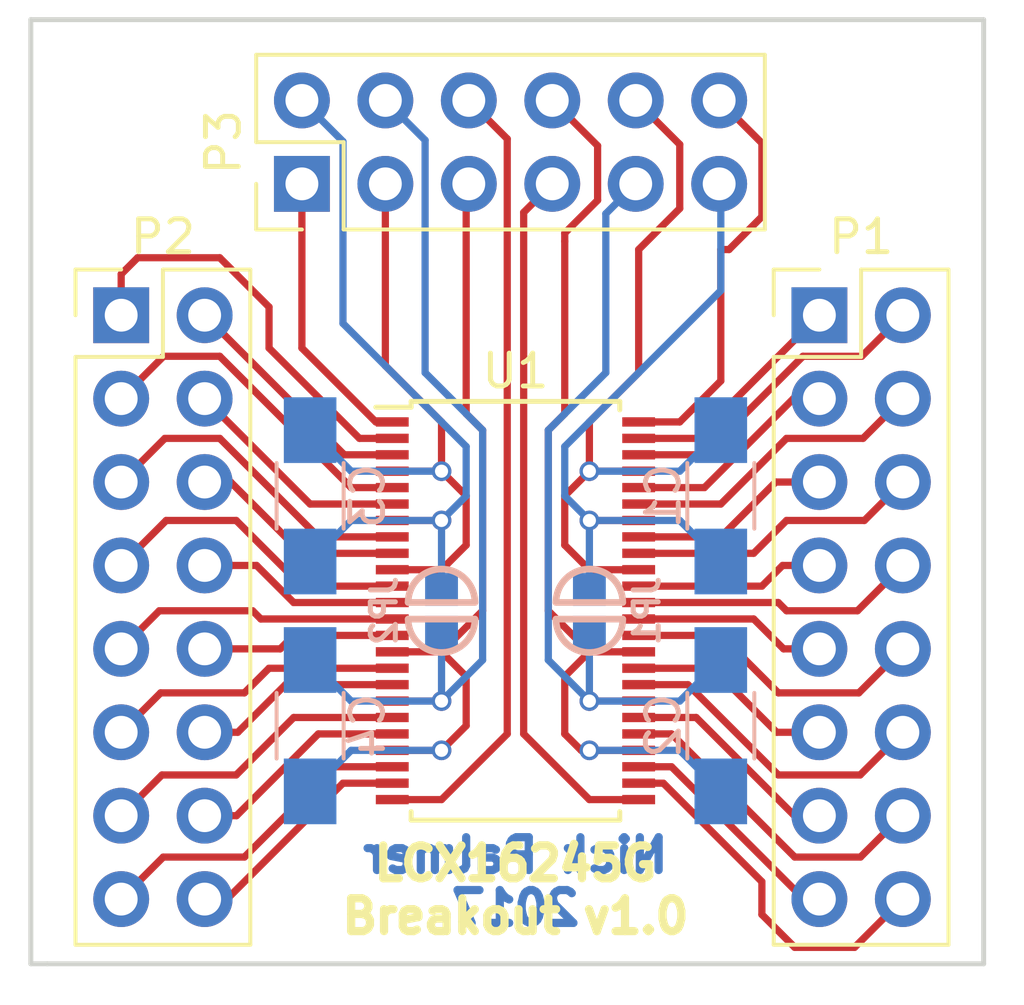
<source format=kicad_pcb>
(kicad_pcb (version 4) (host pcbnew 4.0.5)

  (general
    (links 60)
    (no_connects 0)
    (area 21.506667 24.295 52.783334 55.225)
    (thickness 1.6)
    (drawings 8)
    (tracks 233)
    (zones 0)
    (modules 10)
    (nets 45)
  )

  (page A4)
  (layers
    (0 F.Cu signal)
    (31 B.Cu signal)
    (32 B.Adhes user)
    (33 F.Adhes user)
    (34 B.Paste user)
    (35 F.Paste user)
    (36 B.SilkS user)
    (37 F.SilkS user)
    (38 B.Mask user)
    (39 F.Mask user)
    (40 Dwgs.User user)
    (41 Cmts.User user)
    (42 Eco1.User user)
    (43 Eco2.User user)
    (44 Edge.Cuts user)
    (45 Margin user)
    (46 B.CrtYd user)
    (47 F.CrtYd user)
    (48 B.Fab user)
    (49 F.Fab user)
  )

  (setup
    (last_trace_width 0.22)
    (trace_clearance 0.18)
    (zone_clearance 0.508)
    (zone_45_only no)
    (trace_min 0.2)
    (segment_width 0.2)
    (edge_width 0.15)
    (via_size 0.6)
    (via_drill 0.4)
    (via_min_size 0.4)
    (via_min_drill 0.3)
    (uvia_size 0.3)
    (uvia_drill 0.1)
    (uvias_allowed no)
    (uvia_min_size 0.2)
    (uvia_min_drill 0.1)
    (pcb_text_width 0.3)
    (pcb_text_size 1.5 1.5)
    (mod_edge_width 0.15)
    (mod_text_size 1 1)
    (mod_text_width 0.15)
    (pad_size 1.524 1.524)
    (pad_drill 0.762)
    (pad_to_mask_clearance 0.2)
    (aux_axis_origin 0 0)
    (visible_elements 7FFFFFFF)
    (pcbplotparams
      (layerselection 0x010f0_80000001)
      (usegerberextensions true)
      (excludeedgelayer true)
      (linewidth 0.100000)
      (plotframeref false)
      (viasonmask false)
      (mode 1)
      (useauxorigin false)
      (hpglpennumber 1)
      (hpglpenspeed 20)
      (hpglpendiameter 15)
      (hpglpenoverlay 2)
      (psnegative false)
      (psa4output false)
      (plotreference true)
      (plotvalue true)
      (plotinvisibletext false)
      (padsonsilk false)
      (subtractmaskfromsilk false)
      (outputformat 1)
      (mirror false)
      (drillshape 0)
      (scaleselection 1)
      (outputdirectory gerbers/))
  )

  (net 0 "")
  (net 1 VCC_A1)
  (net 2 GND_A1)
  (net 3 VCC_A2)
  (net 4 GND_A2)
  (net 5 VCC_B1)
  (net 6 GND_B1)
  (net 7 VCC_B2)
  (net 8 GND_B2)
  (net 9 A0)
  (net 10 A1)
  (net 11 A2)
  (net 12 A3)
  (net 13 A4)
  (net 14 A5)
  (net 15 A6)
  (net 16 A7)
  (net 17 A8)
  (net 18 A9)
  (net 19 A10)
  (net 20 A11)
  (net 21 A12)
  (net 22 A13)
  (net 23 A14)
  (net 24 A15)
  (net 25 B0)
  (net 26 B1)
  (net 27 B2)
  (net 28 B3)
  (net 29 B4)
  (net 30 B5)
  (net 31 B6)
  (net 32 B7)
  (net 33 B8)
  (net 34 B9)
  (net 35 B10)
  (net 36 B11)
  (net 37 B12)
  (net 38 B13)
  (net 39 B14)
  (net 40 B15)
  (net 41 T/#R1)
  (net 42 T/#R2)
  (net 43 "#OE1")
  (net 44 "#OE2")

  (net_class Default "This is the default net class."
    (clearance 0.18)
    (trace_width 0.22)
    (via_dia 0.6)
    (via_drill 0.4)
    (uvia_dia 0.3)
    (uvia_drill 0.1)
    (add_net "#OE1")
    (add_net "#OE2")
    (add_net A0)
    (add_net A1)
    (add_net A10)
    (add_net A11)
    (add_net A12)
    (add_net A13)
    (add_net A14)
    (add_net A15)
    (add_net A2)
    (add_net A3)
    (add_net A4)
    (add_net A5)
    (add_net A6)
    (add_net A7)
    (add_net A8)
    (add_net A9)
    (add_net B0)
    (add_net B1)
    (add_net B10)
    (add_net B11)
    (add_net B12)
    (add_net B13)
    (add_net B14)
    (add_net B15)
    (add_net B2)
    (add_net B3)
    (add_net B4)
    (add_net B5)
    (add_net B6)
    (add_net B7)
    (add_net B8)
    (add_net B9)
    (add_net GND_A1)
    (add_net GND_A2)
    (add_net GND_B1)
    (add_net GND_B2)
    (add_net T/#R1)
    (add_net T/#R2)
    (add_net VCC_A1)
    (add_net VCC_A2)
    (add_net VCC_B1)
    (add_net VCC_B2)
  )

  (module jumper:SOLDER-JUMPER_1-WAY (layer B.Cu) (tedit 58CDAE95) (tstamp 58CC6A95)
    (at 39.5 43 270)
    (path /58CC79A7)
    (fp_text reference JP1 (at 0 -1.75 270) (layer B.SilkS)
      (effects (font (size 0.762 0.762) (thickness 0.1524)) (justify mirror))
    )
    (fp_text value Jumper (at 0 0 270) (layer B.SilkS) hide
      (effects (font (size 0.762 0.762) (thickness 0.1524)) (justify mirror))
    )
    (fp_line (start 0.254 -1.016) (end 0.254 1.016) (layer B.SilkS) (width 0.2032))
    (fp_line (start -0.254 1.016) (end -0.254 -1.016) (layer B.SilkS) (width 0.2032))
    (fp_arc (start 0.254 0) (end 1.27 0) (angle -90) (layer B.SilkS) (width 0.2032))
    (fp_arc (start 0.254 0) (end 0.254 1.016) (angle -90) (layer B.SilkS) (width 0.2032))
    (fp_arc (start -0.254 0) (end -1.27 0) (angle -90) (layer B.SilkS) (width 0.2032))
    (fp_arc (start -0.254 0) (end -0.254 -1.016) (angle -90) (layer B.SilkS) (width 0.2032))
    (pad 1 smd rect (at -0.65 0 270) (size 1 1) (layers B.Cu B.Paste B.Mask)
      (net 1 VCC_A1))
    (pad 2 smd rect (at 0.65 0 270) (size 1 1) (layers B.Cu B.Paste B.Mask)
      (net 3 VCC_A2))
  )

  (module jumper:SOLDER-JUMPER_1-WAY (layer B.Cu) (tedit 58CDAEA3) (tstamp 58CC6AA1)
    (at 35 43 270)
    (path /58CC8B81)
    (fp_text reference JP2 (at 0 1.75 270) (layer B.SilkS)
      (effects (font (size 0.762 0.762) (thickness 0.1524)) (justify mirror))
    )
    (fp_text value Jumper (at 0 0 270) (layer B.SilkS) hide
      (effects (font (size 0.762 0.762) (thickness 0.1524)) (justify mirror))
    )
    (fp_line (start 0.254 -1.016) (end 0.254 1.016) (layer B.SilkS) (width 0.2032))
    (fp_line (start -0.254 1.016) (end -0.254 -1.016) (layer B.SilkS) (width 0.2032))
    (fp_arc (start 0.254 0) (end 1.27 0) (angle -90) (layer B.SilkS) (width 0.2032))
    (fp_arc (start 0.254 0) (end 0.254 1.016) (angle -90) (layer B.SilkS) (width 0.2032))
    (fp_arc (start -0.254 0) (end -1.27 0) (angle -90) (layer B.SilkS) (width 0.2032))
    (fp_arc (start -0.254 0) (end -0.254 -1.016) (angle -90) (layer B.SilkS) (width 0.2032))
    (pad 1 smd rect (at -0.65 0 270) (size 1 1) (layers B.Cu B.Paste B.Mask)
      (net 5 VCC_B1))
    (pad 2 smd rect (at 0.65 0 270) (size 1 1) (layers B.Cu B.Paste B.Mask)
      (net 7 VCC_B2))
  )

  (module Pin_Headers:Pin_Header_Straight_2x08_Pitch2.54mm (layer F.Cu) (tedit 5862ED53) (tstamp 58CC6AC5)
    (at 46.5 34)
    (descr "Through hole straight pin header, 2x08, 2.54mm pitch, double rows")
    (tags "Through hole pin header THT 2x08 2.54mm double row")
    (path /58CC2E52)
    (fp_text reference P1 (at 1.27 -2.39) (layer F.SilkS)
      (effects (font (size 1 1) (thickness 0.15)))
    )
    (fp_text value CONN_02X08 (at 1.27 20.17) (layer F.Fab)
      (effects (font (size 1 1) (thickness 0.15)))
    )
    (fp_line (start -1.27 -1.27) (end -1.27 19.05) (layer F.Fab) (width 0.1))
    (fp_line (start -1.27 19.05) (end 3.81 19.05) (layer F.Fab) (width 0.1))
    (fp_line (start 3.81 19.05) (end 3.81 -1.27) (layer F.Fab) (width 0.1))
    (fp_line (start 3.81 -1.27) (end -1.27 -1.27) (layer F.Fab) (width 0.1))
    (fp_line (start -1.39 1.27) (end -1.39 19.17) (layer F.SilkS) (width 0.12))
    (fp_line (start -1.39 19.17) (end 3.93 19.17) (layer F.SilkS) (width 0.12))
    (fp_line (start 3.93 19.17) (end 3.93 -1.39) (layer F.SilkS) (width 0.12))
    (fp_line (start 3.93 -1.39) (end 1.27 -1.39) (layer F.SilkS) (width 0.12))
    (fp_line (start 1.27 -1.39) (end 1.27 1.27) (layer F.SilkS) (width 0.12))
    (fp_line (start 1.27 1.27) (end -1.39 1.27) (layer F.SilkS) (width 0.12))
    (fp_line (start -1.39 0) (end -1.39 -1.39) (layer F.SilkS) (width 0.12))
    (fp_line (start -1.39 -1.39) (end 0 -1.39) (layer F.SilkS) (width 0.12))
    (fp_line (start -1.6 -1.6) (end -1.6 19.3) (layer F.CrtYd) (width 0.05))
    (fp_line (start -1.6 19.3) (end 4.1 19.3) (layer F.CrtYd) (width 0.05))
    (fp_line (start 4.1 19.3) (end 4.1 -1.6) (layer F.CrtYd) (width 0.05))
    (fp_line (start 4.1 -1.6) (end -1.6 -1.6) (layer F.CrtYd) (width 0.05))
    (pad 1 thru_hole rect (at 0 0) (size 1.7 1.7) (drill 1) (layers *.Cu *.Mask)
      (net 9 A0))
    (pad 2 thru_hole oval (at 2.54 0) (size 1.7 1.7) (drill 1) (layers *.Cu *.Mask)
      (net 10 A1))
    (pad 3 thru_hole oval (at 0 2.54) (size 1.7 1.7) (drill 1) (layers *.Cu *.Mask)
      (net 11 A2))
    (pad 4 thru_hole oval (at 2.54 2.54) (size 1.7 1.7) (drill 1) (layers *.Cu *.Mask)
      (net 12 A3))
    (pad 5 thru_hole oval (at 0 5.08) (size 1.7 1.7) (drill 1) (layers *.Cu *.Mask)
      (net 13 A4))
    (pad 6 thru_hole oval (at 2.54 5.08) (size 1.7 1.7) (drill 1) (layers *.Cu *.Mask)
      (net 14 A5))
    (pad 7 thru_hole oval (at 0 7.62) (size 1.7 1.7) (drill 1) (layers *.Cu *.Mask)
      (net 15 A6))
    (pad 8 thru_hole oval (at 2.54 7.62) (size 1.7 1.7) (drill 1) (layers *.Cu *.Mask)
      (net 16 A7))
    (pad 9 thru_hole oval (at 0 10.16) (size 1.7 1.7) (drill 1) (layers *.Cu *.Mask)
      (net 17 A8))
    (pad 10 thru_hole oval (at 2.54 10.16) (size 1.7 1.7) (drill 1) (layers *.Cu *.Mask)
      (net 18 A9))
    (pad 11 thru_hole oval (at 0 12.7) (size 1.7 1.7) (drill 1) (layers *.Cu *.Mask)
      (net 19 A10))
    (pad 12 thru_hole oval (at 2.54 12.7) (size 1.7 1.7) (drill 1) (layers *.Cu *.Mask)
      (net 20 A11))
    (pad 13 thru_hole oval (at 0 15.24) (size 1.7 1.7) (drill 1) (layers *.Cu *.Mask)
      (net 21 A12))
    (pad 14 thru_hole oval (at 2.54 15.24) (size 1.7 1.7) (drill 1) (layers *.Cu *.Mask)
      (net 22 A13))
    (pad 15 thru_hole oval (at 0 17.78) (size 1.7 1.7) (drill 1) (layers *.Cu *.Mask)
      (net 23 A14))
    (pad 16 thru_hole oval (at 2.54 17.78) (size 1.7 1.7) (drill 1) (layers *.Cu *.Mask)
      (net 24 A15))
    (model Pin_Headers.3dshapes/Pin_Header_Straight_2x08_Pitch2.54mm.wrl
      (at (xyz 0.05 -0.35 0))
      (scale (xyz 1 1 1))
      (rotate (xyz 0 0 90))
    )
  )

  (module Pin_Headers:Pin_Header_Straight_2x08_Pitch2.54mm (layer F.Cu) (tedit 5862ED53) (tstamp 58CC6AE9)
    (at 25.25 34)
    (descr "Through hole straight pin header, 2x08, 2.54mm pitch, double rows")
    (tags "Through hole pin header THT 2x08 2.54mm double row")
    (path /58CC565D)
    (fp_text reference P2 (at 1.27 -2.39) (layer F.SilkS)
      (effects (font (size 1 1) (thickness 0.15)))
    )
    (fp_text value CONN_02X08 (at 1.27 20.17) (layer F.Fab)
      (effects (font (size 1 1) (thickness 0.15)))
    )
    (fp_line (start -1.27 -1.27) (end -1.27 19.05) (layer F.Fab) (width 0.1))
    (fp_line (start -1.27 19.05) (end 3.81 19.05) (layer F.Fab) (width 0.1))
    (fp_line (start 3.81 19.05) (end 3.81 -1.27) (layer F.Fab) (width 0.1))
    (fp_line (start 3.81 -1.27) (end -1.27 -1.27) (layer F.Fab) (width 0.1))
    (fp_line (start -1.39 1.27) (end -1.39 19.17) (layer F.SilkS) (width 0.12))
    (fp_line (start -1.39 19.17) (end 3.93 19.17) (layer F.SilkS) (width 0.12))
    (fp_line (start 3.93 19.17) (end 3.93 -1.39) (layer F.SilkS) (width 0.12))
    (fp_line (start 3.93 -1.39) (end 1.27 -1.39) (layer F.SilkS) (width 0.12))
    (fp_line (start 1.27 -1.39) (end 1.27 1.27) (layer F.SilkS) (width 0.12))
    (fp_line (start 1.27 1.27) (end -1.39 1.27) (layer F.SilkS) (width 0.12))
    (fp_line (start -1.39 0) (end -1.39 -1.39) (layer F.SilkS) (width 0.12))
    (fp_line (start -1.39 -1.39) (end 0 -1.39) (layer F.SilkS) (width 0.12))
    (fp_line (start -1.6 -1.6) (end -1.6 19.3) (layer F.CrtYd) (width 0.05))
    (fp_line (start -1.6 19.3) (end 4.1 19.3) (layer F.CrtYd) (width 0.05))
    (fp_line (start 4.1 19.3) (end 4.1 -1.6) (layer F.CrtYd) (width 0.05))
    (fp_line (start 4.1 -1.6) (end -1.6 -1.6) (layer F.CrtYd) (width 0.05))
    (pad 1 thru_hole rect (at 0 0) (size 1.7 1.7) (drill 1) (layers *.Cu *.Mask)
      (net 25 B0))
    (pad 2 thru_hole oval (at 2.54 0) (size 1.7 1.7) (drill 1) (layers *.Cu *.Mask)
      (net 26 B1))
    (pad 3 thru_hole oval (at 0 2.54) (size 1.7 1.7) (drill 1) (layers *.Cu *.Mask)
      (net 27 B2))
    (pad 4 thru_hole oval (at 2.54 2.54) (size 1.7 1.7) (drill 1) (layers *.Cu *.Mask)
      (net 28 B3))
    (pad 5 thru_hole oval (at 0 5.08) (size 1.7 1.7) (drill 1) (layers *.Cu *.Mask)
      (net 29 B4))
    (pad 6 thru_hole oval (at 2.54 5.08) (size 1.7 1.7) (drill 1) (layers *.Cu *.Mask)
      (net 30 B5))
    (pad 7 thru_hole oval (at 0 7.62) (size 1.7 1.7) (drill 1) (layers *.Cu *.Mask)
      (net 31 B6))
    (pad 8 thru_hole oval (at 2.54 7.62) (size 1.7 1.7) (drill 1) (layers *.Cu *.Mask)
      (net 32 B7))
    (pad 9 thru_hole oval (at 0 10.16) (size 1.7 1.7) (drill 1) (layers *.Cu *.Mask)
      (net 33 B8))
    (pad 10 thru_hole oval (at 2.54 10.16) (size 1.7 1.7) (drill 1) (layers *.Cu *.Mask)
      (net 34 B9))
    (pad 11 thru_hole oval (at 0 12.7) (size 1.7 1.7) (drill 1) (layers *.Cu *.Mask)
      (net 35 B10))
    (pad 12 thru_hole oval (at 2.54 12.7) (size 1.7 1.7) (drill 1) (layers *.Cu *.Mask)
      (net 36 B11))
    (pad 13 thru_hole oval (at 0 15.24) (size 1.7 1.7) (drill 1) (layers *.Cu *.Mask)
      (net 37 B12))
    (pad 14 thru_hole oval (at 2.54 15.24) (size 1.7 1.7) (drill 1) (layers *.Cu *.Mask)
      (net 38 B13))
    (pad 15 thru_hole oval (at 0 17.78) (size 1.7 1.7) (drill 1) (layers *.Cu *.Mask)
      (net 39 B14))
    (pad 16 thru_hole oval (at 2.54 17.78) (size 1.7 1.7) (drill 1) (layers *.Cu *.Mask)
      (net 40 B15))
    (model Pin_Headers.3dshapes/Pin_Header_Straight_2x08_Pitch2.54mm.wrl
      (at (xyz 0.05 -0.35 0))
      (scale (xyz 1 1 1))
      (rotate (xyz 0 0 90))
    )
  )

  (module Pin_Headers:Pin_Header_Straight_2x06_Pitch2.54mm (layer F.Cu) (tedit 58CC6E5D) (tstamp 58CC6B09)
    (at 30.75 30 90)
    (descr "Through hole straight pin header, 2x06, 2.54mm pitch, double rows")
    (tags "Through hole pin header THT 2x06 2.54mm double row")
    (path /58CC2E84)
    (fp_text reference P3 (at 1.27 -2.39 90) (layer F.SilkS)
      (effects (font (size 1 1) (thickness 0.15)))
    )
    (fp_text value CONN_02X08 (at 4.75 2.25 180) (layer F.Fab)
      (effects (font (size 1 1) (thickness 0.15)))
    )
    (fp_line (start -1.27 -1.27) (end -1.27 13.97) (layer F.Fab) (width 0.1))
    (fp_line (start -1.27 13.97) (end 3.81 13.97) (layer F.Fab) (width 0.1))
    (fp_line (start 3.81 13.97) (end 3.81 -1.27) (layer F.Fab) (width 0.1))
    (fp_line (start 3.81 -1.27) (end -1.27 -1.27) (layer F.Fab) (width 0.1))
    (fp_line (start -1.39 1.27) (end -1.39 14.09) (layer F.SilkS) (width 0.12))
    (fp_line (start -1.39 14.09) (end 3.93 14.09) (layer F.SilkS) (width 0.12))
    (fp_line (start 3.93 14.09) (end 3.93 -1.39) (layer F.SilkS) (width 0.12))
    (fp_line (start 3.93 -1.39) (end 1.27 -1.39) (layer F.SilkS) (width 0.12))
    (fp_line (start 1.27 -1.39) (end 1.27 1.27) (layer F.SilkS) (width 0.12))
    (fp_line (start 1.27 1.27) (end -1.39 1.27) (layer F.SilkS) (width 0.12))
    (fp_line (start -1.39 0) (end -1.39 -1.39) (layer F.SilkS) (width 0.12))
    (fp_line (start -1.39 -1.39) (end 0 -1.39) (layer F.SilkS) (width 0.12))
    (fp_line (start -1.6 -1.6) (end -1.6 14.3) (layer F.CrtYd) (width 0.05))
    (fp_line (start -1.6 14.3) (end 4.1 14.3) (layer F.CrtYd) (width 0.05))
    (fp_line (start 4.1 14.3) (end 4.1 -1.6) (layer F.CrtYd) (width 0.05))
    (fp_line (start 4.1 -1.6) (end -1.6 -1.6) (layer F.CrtYd) (width 0.05))
    (pad 1 thru_hole rect (at 0 0 90) (size 1.7 1.7) (drill 1) (layers *.Cu *.Mask)
      (net 41 T/#R1))
    (pad 2 thru_hole oval (at 2.54 0 90) (size 1.7 1.7) (drill 1) (layers *.Cu *.Mask)
      (net 5 VCC_B1))
    (pad 3 thru_hole oval (at 0 2.54 90) (size 1.7 1.7) (drill 1) (layers *.Cu *.Mask)
      (net 6 GND_B1))
    (pad 4 thru_hole oval (at 2.54 2.54 90) (size 1.7 1.7) (drill 1) (layers *.Cu *.Mask)
      (net 7 VCC_B2))
    (pad 5 thru_hole oval (at 0 5.08 90) (size 1.7 1.7) (drill 1) (layers *.Cu *.Mask)
      (net 8 GND_B2))
    (pad 6 thru_hole oval (at 2.54 5.08 90) (size 1.7 1.7) (drill 1) (layers *.Cu *.Mask)
      (net 42 T/#R2))
    (pad 7 thru_hole oval (at 0 7.62 90) (size 1.7 1.7) (drill 1) (layers *.Cu *.Mask)
      (net 44 "#OE2"))
    (pad 8 thru_hole oval (at 2.54 7.62 90) (size 1.7 1.7) (drill 1) (layers *.Cu *.Mask)
      (net 4 GND_A2))
    (pad 9 thru_hole oval (at 0 10.16 90) (size 1.7 1.7) (drill 1) (layers *.Cu *.Mask)
      (net 3 VCC_A2))
    (pad 10 thru_hole oval (at 2.54 10.16 90) (size 1.7 1.7) (drill 1) (layers *.Cu *.Mask)
      (net 2 GND_A1))
    (pad 11 thru_hole oval (at 0 12.7 90) (size 1.7 1.7) (drill 1) (layers *.Cu *.Mask)
      (net 1 VCC_A1))
    (pad 12 thru_hole oval (at 2.54 12.7 90) (size 1.7 1.7) (drill 1) (layers *.Cu *.Mask)
      (net 43 "#OE1"))
    (model Pin_Headers.3dshapes/Pin_Header_Straight_2x06_Pitch2.54mm.wrl
      (at (xyz 0.05 -0.25 0))
      (scale (xyz 1 1 1))
      (rotate (xyz 0 0 90))
    )
  )

  (module Housings_SSOP:TSSOP-48_6.1x12.5mm_Pitch0.5mm (layer F.Cu) (tedit 58CDA305) (tstamp 58CC6B4D)
    (at 37.25 43)
    (descr "TSSOP48: plastic thin shrink small outline package; 48 leads; body width 6.1 mm (see NXP SSOP-TSSOP-VSO-REFLOW.pdf and sot362-1_po.pdf)")
    (tags "SSOP 0.5")
    (path /58CC53D9)
    (attr smd)
    (fp_text reference U1 (at 0 -7.3) (layer F.SilkS)
      (effects (font (size 1 1) (thickness 0.15)))
    )
    (fp_text value LCX16245G (at 0 0 90) (layer F.Fab)
      (effects (font (size 1 1) (thickness 0.15)))
    )
    (fp_line (start -2.05 -6.25) (end 3.05 -6.25) (layer F.Fab) (width 0.15))
    (fp_line (start 3.05 -6.25) (end 3.05 6.25) (layer F.Fab) (width 0.15))
    (fp_line (start 3.05 6.25) (end -3.05 6.25) (layer F.Fab) (width 0.15))
    (fp_line (start -3.05 6.25) (end -3.05 -5.25) (layer F.Fab) (width 0.15))
    (fp_line (start -3.05 -5.25) (end -2.05 -6.25) (layer F.Fab) (width 0.15))
    (fp_line (start -4.5 -6.55) (end -4.5 6.55) (layer F.CrtYd) (width 0.05))
    (fp_line (start 4.5 -6.55) (end 4.5 6.55) (layer F.CrtYd) (width 0.05))
    (fp_line (start -4.5 -6.55) (end 4.5 -6.55) (layer F.CrtYd) (width 0.05))
    (fp_line (start -4.5 6.55) (end 4.5 6.55) (layer F.CrtYd) (width 0.05))
    (fp_line (start -3.175 -6.375) (end -3.175 -6.2) (layer F.SilkS) (width 0.15))
    (fp_line (start 3.175 -6.375) (end 3.175 -6.1175) (layer F.SilkS) (width 0.15))
    (fp_line (start 3.175 6.375) (end 3.175 6.1175) (layer F.SilkS) (width 0.15))
    (fp_line (start -3.175 6.375) (end -3.175 6.1175) (layer F.SilkS) (width 0.15))
    (fp_line (start -3.175 -6.375) (end 3.175 -6.375) (layer F.SilkS) (width 0.15))
    (fp_line (start -3.175 6.375) (end 3.175 6.375) (layer F.SilkS) (width 0.15))
    (fp_line (start -3.175 -6.2) (end -4.25 -6.2) (layer F.SilkS) (width 0.15))
    (pad 1 smd rect (at -3.75 -5.75) (size 1 0.285) (layers F.Cu F.Paste F.Mask)
      (net 41 T/#R1))
    (pad 2 smd rect (at -3.75 -5.25) (size 1 0.285) (layers F.Cu F.Paste F.Mask)
      (net 25 B0))
    (pad 3 smd rect (at -3.75 -4.75) (size 1 0.285) (layers F.Cu F.Paste F.Mask)
      (net 26 B1))
    (pad 4 smd rect (at -3.75 -4.25) (size 1 0.285) (layers F.Cu F.Paste F.Mask)
      (net 6 GND_B1))
    (pad 5 smd rect (at -3.75 -3.75) (size 1 0.285) (layers F.Cu F.Paste F.Mask)
      (net 27 B2))
    (pad 6 smd rect (at -3.75 -3.25) (size 1 0.285) (layers F.Cu F.Paste F.Mask)
      (net 28 B3))
    (pad 7 smd rect (at -3.75 -2.75) (size 1 0.285) (layers F.Cu F.Paste F.Mask)
      (net 5 VCC_B1))
    (pad 8 smd rect (at -3.75 -2.25) (size 1 0.285) (layers F.Cu F.Paste F.Mask)
      (net 29 B4))
    (pad 9 smd rect (at -3.75 -1.75) (size 1 0.285) (layers F.Cu F.Paste F.Mask)
      (net 30 B5))
    (pad 10 smd rect (at -3.75 -1.25) (size 1 0.285) (layers F.Cu F.Paste F.Mask)
      (net 6 GND_B1))
    (pad 11 smd rect (at -3.75 -0.75) (size 1 0.285) (layers F.Cu F.Paste F.Mask)
      (net 31 B6))
    (pad 12 smd rect (at -3.75 -0.25) (size 1 0.285) (layers F.Cu F.Paste F.Mask)
      (net 32 B7))
    (pad 13 smd rect (at -3.75 0.25) (size 1 0.285) (layers F.Cu F.Paste F.Mask)
      (net 33 B8))
    (pad 14 smd rect (at -3.75 0.75) (size 1 0.285) (layers F.Cu F.Paste F.Mask)
      (net 34 B9))
    (pad 15 smd rect (at -3.75 1.25) (size 1 0.285) (layers F.Cu F.Paste F.Mask)
      (net 8 GND_B2))
    (pad 16 smd rect (at -3.75 1.75) (size 1 0.285) (layers F.Cu F.Paste F.Mask)
      (net 35 B10))
    (pad 17 smd rect (at -3.75 2.25) (size 1 0.285) (layers F.Cu F.Paste F.Mask)
      (net 36 B11))
    (pad 18 smd rect (at -3.75 2.75) (size 1 0.285) (layers F.Cu F.Paste F.Mask)
      (net 7 VCC_B2))
    (pad 19 smd rect (at -3.75 3.25) (size 1 0.285) (layers F.Cu F.Paste F.Mask)
      (net 37 B12))
    (pad 20 smd rect (at -3.75 3.75) (size 1 0.285) (layers F.Cu F.Paste F.Mask)
      (net 38 B13))
    (pad 21 smd rect (at -3.75 4.25) (size 1 0.285) (layers F.Cu F.Paste F.Mask)
      (net 8 GND_B2))
    (pad 22 smd rect (at -3.75 4.75) (size 1 0.285) (layers F.Cu F.Paste F.Mask)
      (net 39 B14))
    (pad 23 smd rect (at -3.75 5.25) (size 1 0.285) (layers F.Cu F.Paste F.Mask)
      (net 40 B15))
    (pad 24 smd rect (at -3.75 5.75) (size 1 0.285) (layers F.Cu F.Paste F.Mask)
      (net 42 T/#R2))
    (pad 25 smd rect (at 3.75 5.75) (size 1 0.285) (layers F.Cu F.Paste F.Mask)
      (net 44 "#OE2"))
    (pad 26 smd rect (at 3.75 5.25) (size 1 0.285) (layers F.Cu F.Paste F.Mask)
      (net 24 A15))
    (pad 27 smd rect (at 3.75 4.75) (size 1 0.285) (layers F.Cu F.Paste F.Mask)
      (net 23 A14))
    (pad 28 smd rect (at 3.75 4.25) (size 1 0.285) (layers F.Cu F.Paste F.Mask)
      (net 4 GND_A2))
    (pad 29 smd rect (at 3.75 3.75) (size 1 0.285) (layers F.Cu F.Paste F.Mask)
      (net 22 A13))
    (pad 30 smd rect (at 3.75 3.25) (size 1 0.285) (layers F.Cu F.Paste F.Mask)
      (net 21 A12))
    (pad 31 smd rect (at 3.75 2.75) (size 1 0.285) (layers F.Cu F.Paste F.Mask)
      (net 3 VCC_A2))
    (pad 32 smd rect (at 3.75 2.25) (size 1 0.285) (layers F.Cu F.Paste F.Mask)
      (net 20 A11))
    (pad 33 smd rect (at 3.75 1.75) (size 1 0.285) (layers F.Cu F.Paste F.Mask)
      (net 19 A10))
    (pad 34 smd rect (at 3.75 1.25) (size 1 0.285) (layers F.Cu F.Paste F.Mask)
      (net 4 GND_A2))
    (pad 35 smd rect (at 3.75 0.75) (size 1 0.285) (layers F.Cu F.Paste F.Mask)
      (net 18 A9))
    (pad 36 smd rect (at 3.75 0.25) (size 1 0.285) (layers F.Cu F.Paste F.Mask)
      (net 17 A8))
    (pad 37 smd rect (at 3.75 -0.25) (size 1 0.285) (layers F.Cu F.Paste F.Mask)
      (net 16 A7))
    (pad 38 smd rect (at 3.75 -0.75) (size 1 0.285) (layers F.Cu F.Paste F.Mask)
      (net 15 A6))
    (pad 39 smd rect (at 3.75 -1.25) (size 1 0.285) (layers F.Cu F.Paste F.Mask)
      (net 2 GND_A1))
    (pad 40 smd rect (at 3.75 -1.75) (size 1 0.285) (layers F.Cu F.Paste F.Mask)
      (net 14 A5))
    (pad 41 smd rect (at 3.75 -2.25) (size 1 0.285) (layers F.Cu F.Paste F.Mask)
      (net 13 A4))
    (pad 42 smd rect (at 3.75 -2.75) (size 1 0.285) (layers F.Cu F.Paste F.Mask)
      (net 1 VCC_A1))
    (pad 43 smd rect (at 3.75 -3.25) (size 1 0.285) (layers F.Cu F.Paste F.Mask)
      (net 12 A3))
    (pad 44 smd rect (at 3.75 -3.75) (size 1 0.285) (layers F.Cu F.Paste F.Mask)
      (net 11 A2))
    (pad 45 smd rect (at 3.75 -4.25) (size 1 0.285) (layers F.Cu F.Paste F.Mask)
      (net 2 GND_A1))
    (pad 46 smd rect (at 3.75 -4.75) (size 1 0.285) (layers F.Cu F.Paste F.Mask)
      (net 10 A1))
    (pad 47 smd rect (at 3.75 -5.25) (size 1 0.285) (layers F.Cu F.Paste F.Mask)
      (net 9 A0))
    (pad 48 smd rect (at 3.75 -5.75) (size 1 0.285) (layers F.Cu F.Paste F.Mask)
      (net 43 "#OE1"))
    (model Housings_SSOP.3dshapes/TSSOP-48_6.1x12.5mm_Pitch0.5mm.wrl
      (at (xyz 0 0 0))
      (scale (xyz 1 1 1))
      (rotate (xyz 0 0 0))
    )
  )

  (module Capacitors_SMD:C_1206_HandSoldering (layer B.Cu) (tedit 58AA84D1) (tstamp 58CC6A78)
    (at 31 39.5 90)
    (descr "Capacitor SMD 1206, hand soldering")
    (tags "capacitor 1206")
    (path /58CC7D2D)
    (attr smd)
    (fp_text reference C3 (at 0 1.75 90) (layer B.SilkS)
      (effects (font (size 1 1) (thickness 0.15)) (justify mirror))
    )
    (fp_text value 0.1uF (at 0 -2 90) (layer B.Fab)
      (effects (font (size 1 1) (thickness 0.15)) (justify mirror))
    )
    (fp_text user %R (at 0 1.75 90) (layer B.Fab)
      (effects (font (size 1 1) (thickness 0.15)) (justify mirror))
    )
    (fp_line (start -1.6 -0.8) (end -1.6 0.8) (layer B.Fab) (width 0.1))
    (fp_line (start 1.6 -0.8) (end -1.6 -0.8) (layer B.Fab) (width 0.1))
    (fp_line (start 1.6 0.8) (end 1.6 -0.8) (layer B.Fab) (width 0.1))
    (fp_line (start -1.6 0.8) (end 1.6 0.8) (layer B.Fab) (width 0.1))
    (fp_line (start 1 1.02) (end -1 1.02) (layer B.SilkS) (width 0.12))
    (fp_line (start -1 -1.02) (end 1 -1.02) (layer B.SilkS) (width 0.12))
    (fp_line (start -3.25 1.05) (end 3.25 1.05) (layer B.CrtYd) (width 0.05))
    (fp_line (start -3.25 1.05) (end -3.25 -1.05) (layer B.CrtYd) (width 0.05))
    (fp_line (start 3.25 -1.05) (end 3.25 1.05) (layer B.CrtYd) (width 0.05))
    (fp_line (start 3.25 -1.05) (end -3.25 -1.05) (layer B.CrtYd) (width 0.05))
    (pad 1 smd rect (at -2 0 90) (size 2 1.6) (layers B.Cu B.Paste B.Mask)
      (net 5 VCC_B1))
    (pad 2 smd rect (at 2 0 90) (size 2 1.6) (layers B.Cu B.Paste B.Mask)
      (net 6 GND_B1))
    (model Capacitors_SMD.3dshapes/C_1206.wrl
      (at (xyz 0 0 0))
      (scale (xyz 1 1 1))
      (rotate (xyz 0 0 0))
    )
  )

  (module Capacitors_SMD:C_1206_HandSoldering (layer B.Cu) (tedit 58CDAF73) (tstamp 58CC6A89)
    (at 31 46.5 270)
    (descr "Capacitor SMD 1206, hand soldering")
    (tags "capacitor 1206")
    (path /58CC7D5D)
    (attr smd)
    (fp_text reference C4 (at 0 -1.75 270) (layer B.SilkS)
      (effects (font (size 1 1) (thickness 0.15)) (justify mirror))
    )
    (fp_text value 0.1uF (at 0 1.75 270) (layer B.Fab)
      (effects (font (size 1 1) (thickness 0.15)) (justify mirror))
    )
    (fp_text user %R (at 0 -1.75 270) (layer B.Fab)
      (effects (font (size 1 1) (thickness 0.15)) (justify mirror))
    )
    (fp_line (start -1.6 -0.8) (end -1.6 0.8) (layer B.Fab) (width 0.1))
    (fp_line (start 1.6 -0.8) (end -1.6 -0.8) (layer B.Fab) (width 0.1))
    (fp_line (start 1.6 0.8) (end 1.6 -0.8) (layer B.Fab) (width 0.1))
    (fp_line (start -1.6 0.8) (end 1.6 0.8) (layer B.Fab) (width 0.1))
    (fp_line (start 1 1.02) (end -1 1.02) (layer B.SilkS) (width 0.12))
    (fp_line (start -1 -1.02) (end 1 -1.02) (layer B.SilkS) (width 0.12))
    (fp_line (start -3.25 1.05) (end 3.25 1.05) (layer B.CrtYd) (width 0.05))
    (fp_line (start -3.25 1.05) (end -3.25 -1.05) (layer B.CrtYd) (width 0.05))
    (fp_line (start 3.25 -1.05) (end 3.25 1.05) (layer B.CrtYd) (width 0.05))
    (fp_line (start 3.25 -1.05) (end -3.25 -1.05) (layer B.CrtYd) (width 0.05))
    (pad 1 smd rect (at -2 0 270) (size 2 1.6) (layers B.Cu B.Paste B.Mask)
      (net 7 VCC_B2))
    (pad 2 smd rect (at 2 0 270) (size 2 1.6) (layers B.Cu B.Paste B.Mask)
      (net 8 GND_B2))
    (model Capacitors_SMD.3dshapes/C_1206.wrl
      (at (xyz 0 0 0))
      (scale (xyz 1 1 1))
      (rotate (xyz 0 0 0))
    )
  )

  (module Capacitors_SMD:C_1206_HandSoldering (layer B.Cu) (tedit 58AA84D1) (tstamp 58CC6A67)
    (at 43.5 46.5 270)
    (descr "Capacitor SMD 1206, hand soldering")
    (tags "capacitor 1206")
    (path /58CC7CFE)
    (attr smd)
    (fp_text reference C2 (at 0 1.75 270) (layer B.SilkS)
      (effects (font (size 1 1) (thickness 0.15)) (justify mirror))
    )
    (fp_text value 0.1uF (at 0 -2 270) (layer B.Fab)
      (effects (font (size 1 1) (thickness 0.15)) (justify mirror))
    )
    (fp_text user %R (at 0 1.75 270) (layer B.Fab)
      (effects (font (size 1 1) (thickness 0.15)) (justify mirror))
    )
    (fp_line (start -1.6 -0.8) (end -1.6 0.8) (layer B.Fab) (width 0.1))
    (fp_line (start 1.6 -0.8) (end -1.6 -0.8) (layer B.Fab) (width 0.1))
    (fp_line (start 1.6 0.8) (end 1.6 -0.8) (layer B.Fab) (width 0.1))
    (fp_line (start -1.6 0.8) (end 1.6 0.8) (layer B.Fab) (width 0.1))
    (fp_line (start 1 1.02) (end -1 1.02) (layer B.SilkS) (width 0.12))
    (fp_line (start -1 -1.02) (end 1 -1.02) (layer B.SilkS) (width 0.12))
    (fp_line (start -3.25 1.05) (end 3.25 1.05) (layer B.CrtYd) (width 0.05))
    (fp_line (start -3.25 1.05) (end -3.25 -1.05) (layer B.CrtYd) (width 0.05))
    (fp_line (start 3.25 -1.05) (end 3.25 1.05) (layer B.CrtYd) (width 0.05))
    (fp_line (start 3.25 -1.05) (end -3.25 -1.05) (layer B.CrtYd) (width 0.05))
    (pad 1 smd rect (at -2 0 270) (size 2 1.6) (layers B.Cu B.Paste B.Mask)
      (net 3 VCC_A2))
    (pad 2 smd rect (at 2 0 270) (size 2 1.6) (layers B.Cu B.Paste B.Mask)
      (net 4 GND_A2))
    (model Capacitors_SMD.3dshapes/C_1206.wrl
      (at (xyz 0 0 0))
      (scale (xyz 1 1 1))
      (rotate (xyz 0 0 0))
    )
  )

  (module Capacitors_SMD:C_1206_HandSoldering (layer B.Cu) (tedit 58CDAE86) (tstamp 58CC6A56)
    (at 43.5 39.5 90)
    (descr "Capacitor SMD 1206, hand soldering")
    (tags "capacitor 1206")
    (path /58CC7CAC)
    (attr smd)
    (fp_text reference C1 (at 0 -1.75 90) (layer B.SilkS)
      (effects (font (size 1 1) (thickness 0.15)) (justify mirror))
    )
    (fp_text value 0.1uF (at 0 1.75 90) (layer B.Fab)
      (effects (font (size 1 1) (thickness 0.15)) (justify mirror))
    )
    (fp_text user %R (at 0 -1.75 90) (layer B.Fab)
      (effects (font (size 1 1) (thickness 0.15)) (justify mirror))
    )
    (fp_line (start -1.6 -0.8) (end -1.6 0.8) (layer B.Fab) (width 0.1))
    (fp_line (start 1.6 -0.8) (end -1.6 -0.8) (layer B.Fab) (width 0.1))
    (fp_line (start 1.6 0.8) (end 1.6 -0.8) (layer B.Fab) (width 0.1))
    (fp_line (start -1.6 0.8) (end 1.6 0.8) (layer B.Fab) (width 0.1))
    (fp_line (start 1 1.02) (end -1 1.02) (layer B.SilkS) (width 0.12))
    (fp_line (start -1 -1.02) (end 1 -1.02) (layer B.SilkS) (width 0.12))
    (fp_line (start -3.25 1.05) (end 3.25 1.05) (layer B.CrtYd) (width 0.05))
    (fp_line (start -3.25 1.05) (end -3.25 -1.05) (layer B.CrtYd) (width 0.05))
    (fp_line (start 3.25 -1.05) (end 3.25 1.05) (layer B.CrtYd) (width 0.05))
    (fp_line (start 3.25 -1.05) (end -3.25 -1.05) (layer B.CrtYd) (width 0.05))
    (pad 1 smd rect (at -2 0 90) (size 2 1.6) (layers B.Cu B.Paste B.Mask)
      (net 1 VCC_A1))
    (pad 2 smd rect (at 2 0 90) (size 2 1.6) (layers B.Cu B.Paste B.Mask)
      (net 2 GND_A1))
    (model Capacitors_SMD.3dshapes/C_1206.wrl
      (at (xyz 0 0 0))
      (scale (xyz 1 1 1))
      (rotate (xyz 0 0 0))
    )
  )

  (gr_text "LCX16245G\nBreakout v1.0" (at 37.25 51.5) (layer F.SilkS)
    (effects (font (size 1 1) (thickness 0.25)))
  )
  (gr_text "Nick Palmer\n2017" (at 37.25 51.25) (layer B.Mask)
    (effects (font (size 1 1) (thickness 0.25)) (justify mirror))
  )
  (gr_text "Nick Palmer\n2017" (at 37.25 51.25) (layer B.Cu)
    (effects (font (size 1 1) (thickness 0.25)) (justify mirror))
  )
  (gr_line (start 22.5 53.75) (end 23 53.75) (angle 90) (layer Edge.Cuts) (width 0.15))
  (gr_line (start 22.5 25) (end 22.5 53.75) (angle 90) (layer Edge.Cuts) (width 0.15))
  (gr_line (start 51.5 25) (end 22.5 25) (angle 90) (layer Edge.Cuts) (width 0.15))
  (gr_line (start 51.5 53.75) (end 51.5 25) (angle 90) (layer Edge.Cuts) (width 0.15))
  (gr_line (start 23 53.75) (end 51.5 53.75) (angle 90) (layer Edge.Cuts) (width 0.15))

  (segment (start 39.5 40.25) (end 42.25 40.25) (width 0.22) (layer B.Cu) (net 1))
  (segment (start 42.25 40.25) (end 43.5 41.5) (width 0.22) (layer B.Cu) (net 1) (tstamp 58CDE60D))
  (segment (start 39.5 42.35) (end 39.5 40.25) (width 0.22) (layer B.Cu) (net 1))
  (segment (start 39.5 37.25) (end 43.5 33.25) (width 0.22) (layer B.Cu) (net 1))
  (segment (start 38.75 38) (end 39.5 37.25) (width 0.22) (layer B.Cu) (net 1) (tstamp 58CC7720))
  (segment (start 38.75 39.5) (end 38.75 38) (width 0.22) (layer B.Cu) (net 1) (tstamp 58CC771F))
  (segment (start 39.5 40.25) (end 38.75 39.5) (width 0.22) (layer B.Cu) (net 1))
  (segment (start 43.5 33.25) (end 43.5 30.05) (width 0.22) (layer B.Cu) (net 1) (tstamp 58CDE5AC))
  (segment (start 43.5 30.05) (end 43.45 30) (width 0.22) (layer B.Cu) (net 1) (tstamp 58CDE5AD))
  (segment (start 43.5 30.05) (end 43.45 30) (width 0.22) (layer B.Cu) (net 1) (tstamp 58CC7724))
  (via (at 39.5 40.25) (size 0.6) (drill 0.4) (layers F.Cu B.Cu) (net 1))
  (segment (start 41 40.25) (end 39.5 40.25) (width 0.22) (layer F.Cu) (net 1))
  (segment (start 39.5 38.75) (end 42.25 38.75) (width 0.22) (layer B.Cu) (net 2))
  (via (at 39.5 38.75) (size 0.6) (drill 0.4) (layers F.Cu B.Cu) (net 2))
  (segment (start 42.25 38.75) (end 43.5 37.5) (width 0.22) (layer B.Cu) (net 2) (tstamp 58CDE609))
  (segment (start 41 32) (end 42.25 30.75) (width 0.22) (layer F.Cu) (net 2))
  (segment (start 39.5 37.25) (end 41 35.75) (width 0.22) (layer F.Cu) (net 2) (tstamp 58CC76E3))
  (segment (start 41 35.75) (end 41 32) (width 0.22) (layer F.Cu) (net 2) (tstamp 58CC76E4))
  (segment (start 39.5 38.75) (end 39.5 37.25) (width 0.22) (layer F.Cu) (net 2))
  (segment (start 42.25 28.8) (end 40.91 27.46) (width 0.22) (layer F.Cu) (net 2) (tstamp 58CC7700))
  (segment (start 42.25 30.75) (end 42.25 28.8) (width 0.22) (layer F.Cu) (net 2) (tstamp 58CC76FF))
  (segment (start 41 41.75) (end 39.5 41.75) (width 0.22) (layer F.Cu) (net 2))
  (segment (start 39.5 38.75) (end 41 38.75) (width 0.22) (layer F.Cu) (net 2))
  (segment (start 38.75 39.5) (end 39.5 38.75) (width 0.22) (layer F.Cu) (net 2) (tstamp 58CC76D9))
  (segment (start 38.75 41) (end 38.75 39.5) (width 0.22) (layer F.Cu) (net 2) (tstamp 58CC76D8))
  (segment (start 39.5 41.75) (end 38.75 41) (width 0.22) (layer F.Cu) (net 2) (tstamp 58CC76D7))
  (segment (start 39.5 45.75) (end 42.25 45.75) (width 0.22) (layer B.Cu) (net 3))
  (segment (start 42.25 45.75) (end 43.5 44.5) (width 0.22) (layer B.Cu) (net 3) (tstamp 58CDE650))
  (segment (start 39.5 43.65) (end 39.5 45.75) (width 0.22) (layer B.Cu) (net 3))
  (segment (start 39.5 45.75) (end 38.25 44.5) (width 0.22) (layer B.Cu) (net 3))
  (segment (start 40 30.91) (end 40.91 30) (width 0.22) (layer B.Cu) (net 3) (tstamp 58CC772A))
  (segment (start 40 35.75) (end 40 30.91) (width 0.22) (layer B.Cu) (net 3) (tstamp 58CC7729))
  (segment (start 38.25 37.5) (end 40 35.75) (width 0.22) (layer B.Cu) (net 3) (tstamp 58CC7728))
  (segment (start 38.25 44.5) (end 38.25 37.5) (width 0.22) (layer B.Cu) (net 3) (tstamp 58CC7727))
  (via (at 39.5 45.75) (size 0.6) (drill 0.4) (layers F.Cu B.Cu) (net 3))
  (segment (start 39.5 45.75) (end 41 45.75) (width 0.22) (layer F.Cu) (net 3))
  (segment (start 39.5 47.25) (end 42.25 47.25) (width 0.22) (layer B.Cu) (net 4))
  (via (at 39.5 47.25) (size 0.6) (drill 0.4) (layers F.Cu B.Cu) (net 4))
  (segment (start 42.25 47.25) (end 43.5 48.5) (width 0.22) (layer B.Cu) (net 4) (tstamp 58CDE64C))
  (segment (start 38.75 31.75) (end 38.75 31.5) (width 0.22) (layer F.Cu) (net 4))
  (segment (start 38.25 43) (end 38.25 37.5) (width 0.22) (layer F.Cu) (net 4) (tstamp 58CC76EE))
  (segment (start 38.25 37.5) (end 38.75 37) (width 0.22) (layer F.Cu) (net 4) (tstamp 58CC76EF))
  (segment (start 38.75 37) (end 38.75 31.75) (width 0.22) (layer F.Cu) (net 4) (tstamp 58CC76F0))
  (segment (start 39.5 44.25) (end 38.25 43) (width 0.22) (layer F.Cu) (net 4))
  (segment (start 39.75 28.84) (end 38.37 27.46) (width 0.22) (layer F.Cu) (net 4) (tstamp 58CC76FB))
  (segment (start 39.75 30.5) (end 39.75 28.84) (width 0.22) (layer F.Cu) (net 4) (tstamp 58CC76F9))
  (segment (start 38.75 31.5) (end 39.75 30.5) (width 0.22) (layer F.Cu) (net 4) (tstamp 58CC76F8))
  (segment (start 39.5 47.25) (end 39.25 47.25) (width 0.22) (layer F.Cu) (net 4))
  (segment (start 41 47.25) (end 39.5 47.25) (width 0.22) (layer F.Cu) (net 4))
  (segment (start 39.5 44.25) (end 41 44.25) (width 0.22) (layer F.Cu) (net 4) (tstamp 58CC76DF))
  (segment (start 38.75 45) (end 39.5 44.25) (width 0.22) (layer F.Cu) (net 4) (tstamp 58CC76DE))
  (segment (start 38.75 46.75) (end 38.75 45) (width 0.22) (layer F.Cu) (net 4) (tstamp 58CC76DD))
  (segment (start 39.25 47.25) (end 38.75 46.75) (width 0.22) (layer F.Cu) (net 4) (tstamp 58CC76DC))
  (segment (start 35 40.25) (end 35 42.35) (width 0.22) (layer B.Cu) (net 5))
  (segment (start 35 40.25) (end 32.25 40.25) (width 0.22) (layer B.Cu) (net 5))
  (segment (start 32.25 40.25) (end 31 41.5) (width 0.22) (layer B.Cu) (net 5) (tstamp 58CDE714))
  (segment (start 35 40.25) (end 35.75 39.5) (width 0.22) (layer B.Cu) (net 5))
  (segment (start 32 28.71) (end 30.75 27.46) (width 0.22) (layer B.Cu) (net 5) (tstamp 58CC74E0))
  (segment (start 32 34.25) (end 32 28.71) (width 0.22) (layer B.Cu) (net 5) (tstamp 58CC74DE))
  (segment (start 34.5 36.75) (end 32 34.25) (width 0.22) (layer B.Cu) (net 5) (tstamp 58CC74DD))
  (segment (start 35 37.25) (end 34.5 36.75) (width 0.22) (layer B.Cu) (net 5) (tstamp 58CC74DC))
  (segment (start 35.75 38) (end 35 37.25) (width 0.22) (layer B.Cu) (net 5) (tstamp 58CC74DB))
  (segment (start 35.75 39.5) (end 35.75 38) (width 0.22) (layer B.Cu) (net 5) (tstamp 58CC74DA))
  (via (at 35 40.25) (size 0.6) (drill 0.4) (layers F.Cu B.Cu) (net 5))
  (segment (start 33.5 40.25) (end 35 40.25) (width 0.22) (layer F.Cu) (net 5))
  (segment (start 35 38.75) (end 32.25 38.75) (width 0.22) (layer B.Cu) (net 6))
  (via (at 35 38.75) (size 0.6) (drill 0.4) (layers F.Cu B.Cu) (net 6))
  (segment (start 32.25 38.75) (end 31 37.5) (width 0.22) (layer B.Cu) (net 6) (tstamp 58CDE710))
  (segment (start 35 38.75) (end 35 37.25) (width 0.22) (layer F.Cu) (net 6))
  (segment (start 34.5 36.75) (end 33.29 35.54) (width 0.22) (layer F.Cu) (net 6) (tstamp 58CC7432))
  (segment (start 33.29 35.54) (end 33.29 30) (width 0.22) (layer F.Cu) (net 6) (tstamp 58CC7434))
  (segment (start 35 37.25) (end 34.5 36.75) (width 0.22) (layer F.Cu) (net 6) (tstamp 58CC7465))
  (segment (start 33.5 41.75) (end 35 41.75) (width 0.22) (layer F.Cu) (net 6))
  (segment (start 35 38.75) (end 33.5 38.75) (width 0.22) (layer F.Cu) (net 6))
  (segment (start 35.75 39.5) (end 35 38.75) (width 0.22) (layer F.Cu) (net 6) (tstamp 58CC7462))
  (segment (start 35.75 41) (end 35.75 39.5) (width 0.22) (layer F.Cu) (net 6) (tstamp 58CC7461))
  (segment (start 35 41.75) (end 35.75 41) (width 0.22) (layer F.Cu) (net 6) (tstamp 58CC7460))
  (segment (start 35 45.75) (end 35 43.65) (width 0.22) (layer B.Cu) (net 7))
  (segment (start 35 45.75) (end 32.25 45.75) (width 0.22) (layer B.Cu) (net 7))
  (segment (start 32.25 45.75) (end 31 44.5) (width 0.22) (layer B.Cu) (net 7) (tstamp 58CDE6E0))
  (segment (start 35 45.75) (end 36.25 44.5) (width 0.22) (layer B.Cu) (net 7))
  (segment (start 34.5 28.67) (end 33.29 27.46) (width 0.22) (layer B.Cu) (net 7) (tstamp 58CC74E9))
  (segment (start 34.5 35.75) (end 34.5 28.67) (width 0.22) (layer B.Cu) (net 7) (tstamp 58CC74E7))
  (segment (start 36.25 37.5) (end 34.5 35.75) (width 0.22) (layer B.Cu) (net 7) (tstamp 58CC74E5))
  (segment (start 36.25 44.5) (end 36.25 37.5) (width 0.22) (layer B.Cu) (net 7) (tstamp 58CC74E4))
  (via (at 35 45.75) (size 0.6) (drill 0.4) (layers F.Cu B.Cu) (net 7))
  (segment (start 33.5 45.75) (end 35 45.75) (width 0.22) (layer F.Cu) (net 7))
  (segment (start 35 47.25) (end 32.25 47.25) (width 0.22) (layer B.Cu) (net 8))
  (via (at 35 47.25) (size 0.6) (drill 0.4) (layers F.Cu B.Cu) (net 8))
  (segment (start 32.25 47.25) (end 31 48.5) (width 0.22) (layer B.Cu) (net 8) (tstamp 58CDE6DC))
  (segment (start 35 44.25) (end 36.25 43) (width 0.22) (layer F.Cu) (net 8))
  (segment (start 35.75 37) (end 35.75 30.08) (width 0.22) (layer F.Cu) (net 8) (tstamp 58CC746D))
  (segment (start 36.25 37.5) (end 35.75 37) (width 0.22) (layer F.Cu) (net 8) (tstamp 58CC746C))
  (segment (start 36.25 43) (end 36.25 37.5) (width 0.22) (layer F.Cu) (net 8) (tstamp 58CC746B))
  (segment (start 35.75 30.08) (end 35.83 30) (width 0.22) (layer F.Cu) (net 8) (tstamp 58CC746E))
  (segment (start 33.5 47.25) (end 35 47.25) (width 0.22) (layer F.Cu) (net 8))
  (segment (start 35 44.25) (end 33.5 44.25) (width 0.22) (layer F.Cu) (net 8))
  (segment (start 35.75 45) (end 35 44.25) (width 0.22) (layer F.Cu) (net 8) (tstamp 58CC745D))
  (segment (start 35.75 46.5) (end 35.75 45) (width 0.22) (layer F.Cu) (net 8) (tstamp 58CC745C))
  (segment (start 35 47.25) (end 35.75 46.5) (width 0.22) (layer F.Cu) (net 8) (tstamp 58CC745B))
  (segment (start 41 37.75) (end 42.75 37.75) (width 0.22) (layer F.Cu) (net 9))
  (segment (start 42.75 37.75) (end 46.5 34) (width 0.22) (layer F.Cu) (net 9) (tstamp 58CC765A))
  (segment (start 41 38.25) (end 43 38.25) (width 0.22) (layer F.Cu) (net 10))
  (segment (start 47.79 35.25) (end 49.04 34) (width 0.22) (layer F.Cu) (net 10) (tstamp 58CC7662))
  (segment (start 46 35.25) (end 47.79 35.25) (width 0.22) (layer F.Cu) (net 10) (tstamp 58CC7660))
  (segment (start 43 38.25) (end 46 35.25) (width 0.22) (layer F.Cu) (net 10) (tstamp 58CC765E))
  (segment (start 41 39.25) (end 43 39.25) (width 0.22) (layer F.Cu) (net 11))
  (segment (start 43 39.25) (end 45.71 36.54) (width 0.22) (layer F.Cu) (net 11) (tstamp 58CC7666))
  (segment (start 45.71 36.54) (end 46.5 36.54) (width 0.22) (layer F.Cu) (net 11) (tstamp 58CC7668))
  (segment (start 41 39.75) (end 43.5 39.75) (width 0.22) (layer F.Cu) (net 12))
  (segment (start 47.83 37.75) (end 49.04 36.54) (width 0.22) (layer F.Cu) (net 12) (tstamp 58CC766F))
  (segment (start 45.5 37.75) (end 47.83 37.75) (width 0.22) (layer F.Cu) (net 12) (tstamp 58CC766D))
  (segment (start 43.5 39.75) (end 45.5 37.75) (width 0.22) (layer F.Cu) (net 12) (tstamp 58CC766B))
  (segment (start 41 40.75) (end 43.5 40.75) (width 0.22) (layer F.Cu) (net 13))
  (segment (start 45.17 39.08) (end 46.5 39.08) (width 0.22) (layer F.Cu) (net 13) (tstamp 58CC7675))
  (segment (start 43.5 40.75) (end 45.17 39.08) (width 0.22) (layer F.Cu) (net 13) (tstamp 58CC7673))
  (segment (start 41 41.25) (end 44.5 41.25) (width 0.22) (layer F.Cu) (net 14))
  (segment (start 47.87 40.25) (end 49.04 39.08) (width 0.22) (layer F.Cu) (net 14) (tstamp 58CC767C))
  (segment (start 45.5 40.25) (end 47.87 40.25) (width 0.22) (layer F.Cu) (net 14) (tstamp 58CC767A))
  (segment (start 44.5 41.25) (end 45.5 40.25) (width 0.22) (layer F.Cu) (net 14) (tstamp 58CC7679))
  (segment (start 41 42.25) (end 44.75 42.25) (width 0.22) (layer F.Cu) (net 15))
  (segment (start 45.38 41.62) (end 46.5 41.62) (width 0.22) (layer F.Cu) (net 15) (tstamp 58CC7681))
  (segment (start 44.75 42.25) (end 45.38 41.62) (width 0.22) (layer F.Cu) (net 15) (tstamp 58CC7680))
  (segment (start 41 42.75) (end 45.25 42.75) (width 0.22) (layer F.Cu) (net 16))
  (segment (start 47.66 43) (end 49.04 41.62) (width 0.22) (layer F.Cu) (net 16) (tstamp 58CC7686))
  (segment (start 45.5 43) (end 47.66 43) (width 0.22) (layer F.Cu) (net 16) (tstamp 58CC7685))
  (segment (start 45.25 42.75) (end 45.5 43) (width 0.22) (layer F.Cu) (net 16) (tstamp 58CC7684))
  (segment (start 41 43.25) (end 44.5 43.25) (width 0.22) (layer F.Cu) (net 17))
  (segment (start 45.41 44.16) (end 46.5 44.16) (width 0.22) (layer F.Cu) (net 17) (tstamp 58CC768B))
  (segment (start 44.5 43.25) (end 45.41 44.16) (width 0.22) (layer F.Cu) (net 17) (tstamp 58CC768A))
  (segment (start 41 43.75) (end 43.5 43.75) (width 0.22) (layer F.Cu) (net 18))
  (segment (start 47.7 45.5) (end 49.04 44.16) (width 0.22) (layer F.Cu) (net 18) (tstamp 58CC7693))
  (segment (start 45.25 45.5) (end 47.7 45.5) (width 0.22) (layer F.Cu) (net 18) (tstamp 58CC7691))
  (segment (start 43.5 43.75) (end 45.25 45.5) (width 0.22) (layer F.Cu) (net 18) (tstamp 58CC768F))
  (segment (start 41 44.75) (end 43.25 44.75) (width 0.22) (layer F.Cu) (net 19))
  (segment (start 45.2 46.7) (end 46.5 46.7) (width 0.22) (layer F.Cu) (net 19) (tstamp 58CC7699))
  (segment (start 43.25 44.75) (end 45.2 46.7) (width 0.22) (layer F.Cu) (net 19) (tstamp 58CC7697))
  (segment (start 41 45.25) (end 42.5 45.25) (width 0.22) (layer F.Cu) (net 20))
  (segment (start 47.74 48) (end 49.04 46.7) (width 0.22) (layer F.Cu) (net 20) (tstamp 58CC76A1))
  (segment (start 45.25 48) (end 47.74 48) (width 0.22) (layer F.Cu) (net 20) (tstamp 58CC769F))
  (segment (start 42.5 45.25) (end 45.25 48) (width 0.22) (layer F.Cu) (net 20) (tstamp 58CC769D))
  (segment (start 41 46.25) (end 42.75 46.25) (width 0.22) (layer F.Cu) (net 21))
  (segment (start 42.75 46.25) (end 45.74 49.24) (width 0.22) (layer F.Cu) (net 21) (tstamp 58CC76A5))
  (segment (start 45.74 49.24) (end 46.5 49.24) (width 0.22) (layer F.Cu) (net 21) (tstamp 58CC76A7))
  (segment (start 41 46.75) (end 42 46.75) (width 0.22) (layer F.Cu) (net 22))
  (segment (start 47.75 50.5) (end 49.01 49.24) (width 0.22) (layer F.Cu) (net 22) (tstamp 58CC76AD))
  (segment (start 45.75 50.5) (end 47.75 50.5) (width 0.22) (layer F.Cu) (net 22) (tstamp 58CC76AC))
  (segment (start 42 46.75) (end 45.75 50.5) (width 0.22) (layer F.Cu) (net 22) (tstamp 58CC76AA))
  (segment (start 49.01 49.24) (end 49.04 49.24) (width 0.22) (layer F.Cu) (net 22) (tstamp 58CC76AE))
  (segment (start 41 47.75) (end 42 47.75) (width 0.22) (layer F.Cu) (net 23))
  (segment (start 42 47.75) (end 46.03 51.78) (width 0.22) (layer F.Cu) (net 23) (tstamp 58CC76B1))
  (segment (start 46.03 51.78) (end 46.5 51.78) (width 0.22) (layer F.Cu) (net 23) (tstamp 58CC76B3))
  (segment (start 47.57 53.25) (end 49.04 51.78) (width 0.22) (layer F.Cu) (net 24) (tstamp 58CC76BD))
  (segment (start 45.75 53.25) (end 47.57 53.25) (width 0.22) (layer F.Cu) (net 24) (tstamp 58CC76BB))
  (segment (start 44.75 52.25) (end 45.75 53.25) (width 0.22) (layer F.Cu) (net 24) (tstamp 58CC76B9))
  (segment (start 44.75 51.25) (end 44.75 52.25) (width 0.22) (layer F.Cu) (net 24) (tstamp 58CC76B7))
  (segment (start 41.75 48.25) (end 44.75 51.25) (width 0.22) (layer F.Cu) (net 24) (tstamp 58CC76B6))
  (segment (start 41 48.25) (end 41.75 48.25) (width 0.22) (layer F.Cu) (net 24))
  (segment (start 33.5 37.75) (end 32.5 37.75) (width 0.22) (layer F.Cu) (net 25))
  (segment (start 25.25 32.75) (end 25.25 34) (width 0.22) (layer F.Cu) (net 25) (tstamp 58CC7206))
  (segment (start 25.75 32.25) (end 25.25 32.75) (width 0.22) (layer F.Cu) (net 25) (tstamp 58CC7205))
  (segment (start 28.25 32.25) (end 25.75 32.25) (width 0.22) (layer F.Cu) (net 25) (tstamp 58CC7203))
  (segment (start 29.75 33.75) (end 28.25 32.25) (width 0.22) (layer F.Cu) (net 25) (tstamp 58CC7201))
  (segment (start 29.75 35) (end 29.75 33.75) (width 0.22) (layer F.Cu) (net 25) (tstamp 58CC71FF))
  (segment (start 32.5 37.75) (end 29.75 35) (width 0.22) (layer F.Cu) (net 25) (tstamp 58CC71FD))
  (segment (start 33.5 38.25) (end 32.04 38.25) (width 0.22) (layer F.Cu) (net 26))
  (segment (start 32.04 38.25) (end 27.79 34) (width 0.22) (layer F.Cu) (net 26) (tstamp 58CC71F1))
  (segment (start 33.5 39.25) (end 32.25 39.25) (width 0.22) (layer F.Cu) (net 27))
  (segment (start 26.54 35.25) (end 25.25 36.54) (width 0.22) (layer F.Cu) (net 27) (tstamp 58CC71F9))
  (segment (start 28.25 35.25) (end 26.54 35.25) (width 0.22) (layer F.Cu) (net 27) (tstamp 58CC71F7))
  (segment (start 32.25 39.25) (end 28.25 35.25) (width 0.22) (layer F.Cu) (net 27) (tstamp 58CC71F5))
  (segment (start 33.5 39.75) (end 31 39.75) (width 0.22) (layer F.Cu) (net 28))
  (segment (start 31 39.75) (end 27.79 36.54) (width 0.22) (layer F.Cu) (net 28) (tstamp 58CC71ED))
  (segment (start 33.5 40.75) (end 31.25 40.75) (width 0.22) (layer F.Cu) (net 29))
  (segment (start 26.58 37.75) (end 25.25 39.08) (width 0.22) (layer F.Cu) (net 29) (tstamp 58CC71E9))
  (segment (start 28.25 37.75) (end 26.58 37.75) (width 0.22) (layer F.Cu) (net 29) (tstamp 58CC71E7))
  (segment (start 31.25 40.75) (end 28.25 37.75) (width 0.22) (layer F.Cu) (net 29) (tstamp 58CC71E5))
  (segment (start 33.5 41.25) (end 30.75 41.25) (width 0.22) (layer F.Cu) (net 30))
  (segment (start 30.75 41.25) (end 28.58 39.08) (width 0.22) (layer F.Cu) (net 30) (tstamp 58CC71E1))
  (segment (start 28.58 39.08) (end 27.79 39.08) (width 0.22) (layer F.Cu) (net 30) (tstamp 58CC71E2))
  (segment (start 33.5 42.25) (end 30.75 42.25) (width 0.22) (layer F.Cu) (net 31))
  (segment (start 26.62 40.25) (end 25.25 41.62) (width 0.22) (layer F.Cu) (net 31) (tstamp 58CC71DD))
  (segment (start 28.75 40.25) (end 26.62 40.25) (width 0.22) (layer F.Cu) (net 31) (tstamp 58CC71DB))
  (segment (start 30.75 42.25) (end 28.75 40.25) (width 0.22) (layer F.Cu) (net 31) (tstamp 58CC71D9))
  (segment (start 33.5 42.75) (end 30.5 42.75) (width 0.22) (layer F.Cu) (net 32))
  (segment (start 29.37 41.62) (end 27.79 41.62) (width 0.22) (layer F.Cu) (net 32) (tstamp 58CC71CB))
  (segment (start 30.5 42.75) (end 29.37 41.62) (width 0.22) (layer F.Cu) (net 32) (tstamp 58CC71CA))
  (segment (start 33.5 43.25) (end 29.5 43.25) (width 0.22) (layer F.Cu) (net 33))
  (segment (start 26.41 43) (end 25.25 44.16) (width 0.22) (layer F.Cu) (net 33) (tstamp 58CC71D5))
  (segment (start 29.25 43) (end 26.41 43) (width 0.22) (layer F.Cu) (net 33) (tstamp 58CC71D4))
  (segment (start 29.5 43.25) (end 29.25 43) (width 0.22) (layer F.Cu) (net 33) (tstamp 58CC71D3))
  (segment (start 33.5 43.75) (end 30.5 43.75) (width 0.22) (layer F.Cu) (net 34))
  (segment (start 30.09 44.16) (end 27.79 44.16) (width 0.22) (layer F.Cu) (net 34) (tstamp 58CC71D0))
  (segment (start 30.5 43.75) (end 30.09 44.16) (width 0.22) (layer F.Cu) (net 34) (tstamp 58CC71CF))
  (segment (start 33.5 44.75) (end 29.75 44.75) (width 0.22) (layer F.Cu) (net 35))
  (segment (start 26.45 45.5) (end 25.25 46.7) (width 0.22) (layer F.Cu) (net 35) (tstamp 58CC720B))
  (segment (start 29 45.5) (end 26.45 45.5) (width 0.22) (layer F.Cu) (net 35) (tstamp 58CC720A))
  (segment (start 29.75 44.75) (end 29 45.5) (width 0.22) (layer F.Cu) (net 35) (tstamp 58CC7209))
  (segment (start 33.5 45.25) (end 30.25 45.25) (width 0.22) (layer F.Cu) (net 36))
  (segment (start 28.8 46.7) (end 27.79 46.7) (width 0.22) (layer F.Cu) (net 36) (tstamp 58CC7210))
  (segment (start 30.25 45.25) (end 28.8 46.7) (width 0.22) (layer F.Cu) (net 36) (tstamp 58CC720F))
  (segment (start 33.5 46.25) (end 30.5 46.25) (width 0.22) (layer F.Cu) (net 37))
  (segment (start 26.49 48) (end 25.25 49.24) (width 0.22) (layer F.Cu) (net 37) (tstamp 58CC7217))
  (segment (start 28.75 48) (end 26.49 48) (width 0.22) (layer F.Cu) (net 37) (tstamp 58CC7215))
  (segment (start 30.5 46.25) (end 28.75 48) (width 0.22) (layer F.Cu) (net 37) (tstamp 58CC7214))
  (segment (start 33.5 46.75) (end 31.25 46.75) (width 0.22) (layer F.Cu) (net 38))
  (segment (start 28.76 49.24) (end 27.79 49.24) (width 0.22) (layer F.Cu) (net 38) (tstamp 58CC721D))
  (segment (start 31.25 46.75) (end 28.76 49.24) (width 0.22) (layer F.Cu) (net 38) (tstamp 58CC721B))
  (segment (start 33.5 47.75) (end 31.75 47.75) (width 0.22) (layer F.Cu) (net 39))
  (segment (start 26.53 50.5) (end 25.25 51.78) (width 0.22) (layer F.Cu) (net 39) (tstamp 58CC7225))
  (segment (start 29 50.5) (end 26.53 50.5) (width 0.22) (layer F.Cu) (net 39) (tstamp 58CC7223))
  (segment (start 31.75 47.75) (end 29 50.5) (width 0.22) (layer F.Cu) (net 39) (tstamp 58CC7221))
  (segment (start 33.5 48.25) (end 32 48.25) (width 0.22) (layer F.Cu) (net 40))
  (segment (start 32 48.25) (end 28.47 51.78) (width 0.22) (layer F.Cu) (net 40) (tstamp 58CC7229))
  (segment (start 28.47 51.78) (end 27.79 51.78) (width 0.22) (layer F.Cu) (net 40) (tstamp 58CC722A))
  (segment (start 33.5 37.25) (end 33 37.25) (width 0.22) (layer F.Cu) (net 41))
  (segment (start 33 37.25) (end 30.75 35) (width 0.22) (layer F.Cu) (net 41) (tstamp 58CC742B))
  (segment (start 30.75 35) (end 30.75 30) (width 0.22) (layer F.Cu) (net 41) (tstamp 58CC742C))
  (segment (start 33.5 48.75) (end 35 48.75) (width 0.22) (layer F.Cu) (net 42))
  (segment (start 37 28.63) (end 35.83 27.46) (width 0.22) (layer F.Cu) (net 42) (tstamp 58CC7475))
  (segment (start 37 46.75) (end 37 28.63) (width 0.22) (layer F.Cu) (net 42) (tstamp 58CC7473))
  (segment (start 35 48.75) (end 37 46.75) (width 0.22) (layer F.Cu) (net 42) (tstamp 58CC7471))
  (segment (start 43.5 32) (end 43.75 32) (width 0.22) (layer F.Cu) (net 43))
  (segment (start 42.25 37.25) (end 43.5 36) (width 0.22) (layer F.Cu) (net 43) (tstamp 58CC76E8))
  (segment (start 43.5 36) (end 43.5 32) (width 0.22) (layer F.Cu) (net 43) (tstamp 58CC76EA))
  (segment (start 41 37.25) (end 42.25 37.25) (width 0.22) (layer F.Cu) (net 43))
  (segment (start 44.75 28.76) (end 43.45 27.46) (width 0.22) (layer F.Cu) (net 43) (tstamp 58CC7707))
  (segment (start 44.75 31) (end 44.75 28.76) (width 0.22) (layer F.Cu) (net 43) (tstamp 58CC7705))
  (segment (start 43.75 32) (end 44.75 31) (width 0.22) (layer F.Cu) (net 43) (tstamp 58CC7704))
  (segment (start 41 48.75) (end 39.5 48.75) (width 0.22) (layer F.Cu) (net 44))
  (segment (start 37.5 30.87) (end 38.37 30) (width 0.22) (layer F.Cu) (net 44) (tstamp 58CC76F5))
  (segment (start 37.5 46.75) (end 37.5 30.87) (width 0.22) (layer F.Cu) (net 44) (tstamp 58CC76F4))
  (segment (start 39.5 48.75) (end 37.5 46.75) (width 0.22) (layer F.Cu) (net 44) (tstamp 58CC76F3))

)

</source>
